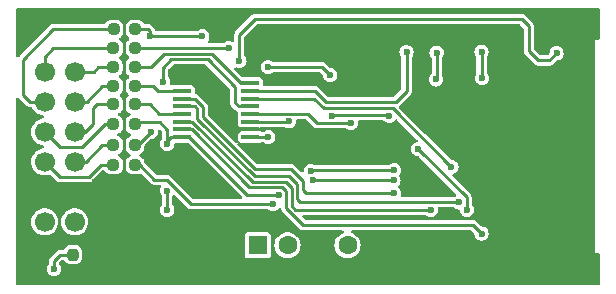
<source format=gbr>
%TF.GenerationSoftware,KiCad,Pcbnew,8.0.7*%
%TF.CreationDate,2024-12-14T18:23:45+03:00*%
%TF.ProjectId,pmod_esp32,706d6f64-5f65-4737-9033-322e6b696361,0.1*%
%TF.SameCoordinates,Original*%
%TF.FileFunction,Copper,L2,Bot*%
%TF.FilePolarity,Positive*%
%FSLAX46Y46*%
G04 Gerber Fmt 4.6, Leading zero omitted, Abs format (unit mm)*
G04 Created by KiCad (PCBNEW 8.0.7) date 2024-12-14 18:23:45*
%MOMM*%
%LPD*%
G01*
G04 APERTURE LIST*
G04 Aperture macros list*
%AMRoundRect*
0 Rectangle with rounded corners*
0 $1 Rounding radius*
0 $2 $3 $4 $5 $6 $7 $8 $9 X,Y pos of 4 corners*
0 Add a 4 corners polygon primitive as box body*
4,1,4,$2,$3,$4,$5,$6,$7,$8,$9,$2,$3,0*
0 Add four circle primitives for the rounded corners*
1,1,$1+$1,$2,$3*
1,1,$1+$1,$4,$5*
1,1,$1+$1,$6,$7*
1,1,$1+$1,$8,$9*
0 Add four rect primitives between the rounded corners*
20,1,$1+$1,$2,$3,$4,$5,0*
20,1,$1+$1,$4,$5,$6,$7,0*
20,1,$1+$1,$6,$7,$8,$9,0*
20,1,$1+$1,$8,$9,$2,$3,0*%
G04 Aperture macros list end*
%TA.AperFunction,ComponentPad*%
%ADD10C,1.695000*%
%TD*%
%TA.AperFunction,ComponentPad*%
%ADD11R,1.605000X1.605000*%
%TD*%
%TA.AperFunction,ComponentPad*%
%ADD12C,1.605000*%
%TD*%
%TA.AperFunction,SMDPad,CuDef*%
%ADD13RoundRect,0.237500X-0.250000X-0.237500X0.250000X-0.237500X0.250000X0.237500X-0.250000X0.237500X0*%
%TD*%
%TA.AperFunction,SMDPad,CuDef*%
%ADD14RoundRect,0.237500X-0.237500X0.250000X-0.237500X-0.250000X0.237500X-0.250000X0.237500X0.250000X0*%
%TD*%
%TA.AperFunction,SMDPad,CuDef*%
%ADD15RoundRect,0.051250X-0.718750X-0.153750X0.718750X-0.153750X0.718750X0.153750X-0.718750X0.153750X0*%
%TD*%
%TA.AperFunction,ViaPad*%
%ADD16C,0.600000*%
%TD*%
%TA.AperFunction,Conductor*%
%ADD17C,0.254000*%
%TD*%
G04 APERTURE END LIST*
D10*
%TO.P,J2,1,1*%
%TO.N,Net-(J2-Pad1)*%
X194696000Y-40900000D03*
%TO.P,J2,2,2*%
%TO.N,Net-(J2-Pad2)*%
X194696000Y-43440000D03*
%TO.P,J2,3,3*%
%TO.N,Net-(J2-Pad3)*%
X194696000Y-45980000D03*
%TO.P,J2,4,4*%
%TO.N,Net-(J2-Pad4)*%
X194696000Y-48520000D03*
%TO.P,J2,5,5*%
%TO.N,/GND*%
X194696000Y-51060000D03*
%TO.P,J2,6,6*%
%TO.N,/VCC3V3*%
X194696000Y-53600000D03*
%TO.P,J2,7,7*%
%TO.N,Net-(J2-Pad7)*%
X192156000Y-40900000D03*
%TO.P,J2,8,8*%
%TO.N,Net-(J2-Pad8)*%
X192156000Y-43440000D03*
%TO.P,J2,9,9*%
%TO.N,Net-(J2-Pad9)*%
X192156000Y-45980000D03*
%TO.P,J2,10,10*%
%TO.N,Net-(J2-Pad10)*%
X192156000Y-48520000D03*
%TO.P,J2,11,11*%
%TO.N,/GND*%
X192156000Y-51060000D03*
%TO.P,J2,12,12*%
%TO.N,/VCC3V3*%
X192156000Y-53600000D03*
%TD*%
D11*
%TO.P,J1,1,1*%
%TO.N,/TXD0*%
X210190000Y-55600000D03*
D12*
%TO.P,J1,2,2*%
%TO.N,/RXD0*%
X212730000Y-55600000D03*
%TO.P,J1,3,3*%
%TO.N,/GND*%
X215270000Y-55600000D03*
%TO.P,J1,4,4*%
%TO.N,/IO0*%
X217810000Y-55600000D03*
%TD*%
D13*
%TO.P,R21,1*%
%TO.N,Net-(J2-Pad10)*%
X197987500Y-48800000D03*
%TO.P,R21,2*%
%TO.N,/GPIO*%
X199812500Y-48800000D03*
%TD*%
%TO.P,R20,1*%
%TO.N,Net-(J2-Pad7)*%
X197987500Y-38900000D03*
%TO.P,R20,2*%
%TO.N,/INT*%
X199812500Y-38900000D03*
%TD*%
%TO.P,R17,1*%
%TO.N,Net-(J2-Pad2)*%
X197987500Y-42100000D03*
%TO.P,R17,2*%
%TO.N,/RXD{slash}MOSI*%
X199812500Y-42100000D03*
%TD*%
D14*
%TO.P,R2,1*%
%TO.N,Net-(LD1-K)*%
X194550000Y-56387500D03*
%TO.P,R2,2*%
%TO.N,/GND*%
X194550000Y-58212500D03*
%TD*%
D15*
%TO.P,U2,1,IN*%
%TO.N,/SELECT*%
X203810000Y-46425000D03*
%TO.P,U2,2,NC1*%
%TO.N,/MISO*%
X203810000Y-45775000D03*
%TO.P,U2,3,NO1*%
%TO.N,/TXD*%
X203810000Y-45125000D03*
%TO.P,U2,4,COM1*%
%TO.N,/TXD{slash}MISO*%
X203810000Y-44475000D03*
%TO.P,U2,5,NC2*%
%TO.N,/MOSI*%
X203810000Y-43825000D03*
%TO.P,U2,6,NO2*%
%TO.N,/RXD*%
X203810000Y-43175000D03*
%TO.P,U2,7,COM2*%
%TO.N,/RXD{slash}MOSI*%
X203810000Y-42525000D03*
%TO.P,U2,8,GND*%
%TO.N,/GND*%
X203810000Y-41875000D03*
%TO.P,U2,9,COM3*%
%TO.N,/RTS{slash}SS*%
X209590000Y-41875000D03*
%TO.P,U2,10,NO3*%
%TO.N,/RTS*%
X209590000Y-42525000D03*
%TO.P,U2,11,NC3*%
%TO.N,/SS*%
X209590000Y-43175000D03*
%TO.P,U2,12,COM4*%
%TO.N,/CTS{slash}SCK*%
X209590000Y-43825000D03*
%TO.P,U2,13,NO4*%
%TO.N,/CTS*%
X209590000Y-44475000D03*
%TO.P,U2,14,NC4*%
%TO.N,/SCK*%
X209590000Y-45125000D03*
%TO.P,U2,15,~{EN}*%
%TO.N,/GND*%
X209590000Y-45775000D03*
%TO.P,U2,16,V+*%
%TO.N,/VCC3V3*%
X209590000Y-46425000D03*
%TD*%
D13*
%TO.P,R22,1*%
%TO.N,Net-(J2-Pad8)*%
X198000000Y-37300000D03*
%TO.P,R22,2*%
%TO.N,/EN*%
X199825000Y-37300000D03*
%TD*%
%TO.P,R18,1*%
%TO.N,Net-(J2-Pad1)*%
X197975000Y-40500000D03*
%TO.P,R18,2*%
%TO.N,/RTS{slash}SS*%
X199800000Y-40500000D03*
%TD*%
%TO.P,R19,1*%
%TO.N,Net-(J2-Pad9)*%
X197987500Y-45350000D03*
%TO.P,R19,2*%
%TO.N,/SELECT*%
X199812500Y-45350000D03*
%TD*%
%TO.P,R16,1*%
%TO.N,Net-(J2-Pad3)*%
X197987500Y-43650000D03*
%TO.P,R16,2*%
%TO.N,/TXD{slash}MISO*%
X199812500Y-43650000D03*
%TD*%
%TO.P,R15,1*%
%TO.N,Net-(J2-Pad4)*%
X197987500Y-47100000D03*
%TO.P,R15,2*%
%TO.N,/CTS{slash}SCK*%
X199812500Y-47100000D03*
%TD*%
D16*
%TO.N,/VCC3V3*%
X211100000Y-46450000D03*
%TO.N,/GND*%
X229250000Y-49400000D03*
X206950000Y-43825000D03*
X237250000Y-51000000D03*
X236450000Y-47000000D03*
X230050000Y-43000000D03*
X235650000Y-47800000D03*
X238050000Y-50200000D03*
X232450000Y-51000000D03*
X234050000Y-42200000D03*
X232450000Y-50200000D03*
X232450000Y-43000000D03*
X229250000Y-51000000D03*
X234850000Y-42200000D03*
X234850000Y-53400000D03*
X234850000Y-41400000D03*
X202850000Y-36600000D03*
X234850000Y-43000000D03*
X191650000Y-36600000D03*
X234050000Y-51000000D03*
X206050000Y-42200000D03*
X234850000Y-45400000D03*
X234050000Y-46200000D03*
X236450000Y-41400000D03*
X233250000Y-41400000D03*
X237250000Y-41400000D03*
X233250000Y-43000000D03*
X203650000Y-54200000D03*
X226850000Y-41400000D03*
X232450000Y-49400000D03*
X234050000Y-54200000D03*
X230850000Y-53400000D03*
X203650000Y-36600000D03*
X235650000Y-45400000D03*
X235650000Y-43000000D03*
X234050000Y-43800000D03*
X230850000Y-50200000D03*
X235650000Y-47000000D03*
X238050000Y-43000000D03*
X197250000Y-50200000D03*
X234050000Y-44600000D03*
X238050000Y-41400000D03*
X235650000Y-41400000D03*
X222050000Y-47800000D03*
X236450000Y-58200000D03*
X237250000Y-48600000D03*
X235650000Y-48600000D03*
X232450000Y-54200000D03*
X232450000Y-42200000D03*
X215650000Y-47800000D03*
X234850000Y-54200000D03*
X230850000Y-42200000D03*
X214050000Y-47000000D03*
X190850000Y-37400000D03*
X237250000Y-45400000D03*
X198050000Y-50200000D03*
X236450000Y-46200000D03*
X228450000Y-50200000D03*
X232450000Y-41400000D03*
X205250000Y-54200000D03*
X209250000Y-58200000D03*
X234050000Y-47000000D03*
X227650000Y-41400000D03*
X236450000Y-43000000D03*
X234850000Y-50200000D03*
X235650000Y-49400000D03*
X234850000Y-48600000D03*
X205250000Y-53400000D03*
X231650000Y-42200000D03*
X238050000Y-53400000D03*
X238050000Y-52600000D03*
X234050000Y-41400000D03*
X235650000Y-54200000D03*
X200000000Y-53150000D03*
X235650000Y-46200000D03*
X223650000Y-43800000D03*
X209250000Y-57400000D03*
X234850000Y-46200000D03*
X230850000Y-41400000D03*
X238050000Y-43800000D03*
X230850000Y-54200000D03*
X231650000Y-50200000D03*
X236450000Y-49400000D03*
X202050000Y-55000000D03*
X215650000Y-46200000D03*
X237250000Y-42200000D03*
X230850000Y-43000000D03*
X236450000Y-45400000D03*
X236450000Y-43800000D03*
X238050000Y-40600000D03*
X206850000Y-43000000D03*
X238050000Y-51000000D03*
X237250000Y-50200000D03*
X232450000Y-53400000D03*
X206050000Y-50200000D03*
X237250000Y-43000000D03*
X214850000Y-47800000D03*
X238050000Y-49400000D03*
X190850000Y-36600000D03*
X238050000Y-58200000D03*
X238050000Y-45400000D03*
X225250000Y-51000000D03*
X231650000Y-51000000D03*
X215650000Y-47000000D03*
X205250000Y-55000000D03*
X226850000Y-42200000D03*
X207650000Y-36600000D03*
X233250000Y-53400000D03*
X233250000Y-49400000D03*
X207800000Y-45400000D03*
X196450000Y-50200000D03*
X238050000Y-47800000D03*
X236450000Y-48600000D03*
X213250000Y-47000000D03*
X202850000Y-54200000D03*
X234050000Y-47800000D03*
X238050000Y-51800000D03*
X234850000Y-44600000D03*
X233250000Y-42200000D03*
X234850000Y-47000000D03*
X236450000Y-47800000D03*
X234850000Y-51000000D03*
X236450000Y-51000000D03*
X238050000Y-48600000D03*
X238050000Y-54200000D03*
X237250000Y-49400000D03*
X230850000Y-49400000D03*
X236450000Y-50200000D03*
X207825000Y-44575000D03*
X199150000Y-53150000D03*
X202850000Y-55000000D03*
X238050000Y-44600000D03*
X238050000Y-47000000D03*
X235650000Y-44600000D03*
X237250000Y-44600000D03*
X234050000Y-45400000D03*
X236450000Y-42200000D03*
X234050000Y-53400000D03*
X214850000Y-46200000D03*
X235650000Y-51000000D03*
X230050000Y-51000000D03*
X230050000Y-50200000D03*
X237250000Y-47000000D03*
X204450000Y-53400000D03*
X214050000Y-47800000D03*
X234850000Y-49400000D03*
X235650000Y-43800000D03*
X231650000Y-54200000D03*
X231650000Y-53400000D03*
X234850000Y-43800000D03*
X237250000Y-43800000D03*
X237250000Y-47800000D03*
X234050000Y-50200000D03*
X237250000Y-46200000D03*
X213250000Y-47800000D03*
X238050000Y-42200000D03*
X199650000Y-50200000D03*
X238050000Y-46200000D03*
X234050000Y-43000000D03*
X235650000Y-42200000D03*
X230850000Y-51000000D03*
X234050000Y-49400000D03*
X233250000Y-54200000D03*
X234050000Y-48600000D03*
X235650000Y-58200000D03*
X231650000Y-41400000D03*
X198850000Y-50200000D03*
X237250000Y-58200000D03*
X234850000Y-47800000D03*
X233250000Y-51000000D03*
X230050000Y-49400000D03*
X228450000Y-49400000D03*
X204450000Y-54200000D03*
X214850000Y-47000000D03*
X203650000Y-55000000D03*
X236450000Y-44600000D03*
X204450000Y-55000000D03*
X231650000Y-43000000D03*
X235650000Y-50200000D03*
X231650000Y-49400000D03*
X206850000Y-36600000D03*
X233250000Y-50200000D03*
X229250000Y-50200000D03*
%TO.N,/EN*%
X208650000Y-40000000D03*
X205512500Y-37900000D03*
X201075000Y-37900000D03*
X235500000Y-39350000D03*
%TO.N,Net-(LD1-K)*%
X192950000Y-57600000D03*
%TO.N,/CTS{slash}SCK*%
X202200000Y-41750000D03*
X201150000Y-45977000D03*
%TO.N,/SELECT*%
X202550000Y-52605000D03*
X202550000Y-47000000D03*
X214700000Y-49300000D03*
X212000000Y-51300000D03*
X225300000Y-41550000D03*
X202550000Y-50970000D03*
X221750000Y-49250000D03*
X225350000Y-39282500D03*
%TO.N,/INT*%
X216350000Y-41200000D03*
X211100000Y-40500000D03*
X207750000Y-38900000D03*
%TO.N,/GPIO*%
X221700000Y-50100000D03*
X229150000Y-39200000D03*
X214906131Y-50072991D03*
X211500000Y-52100000D03*
X229200000Y-41450000D03*
%TO.N,/TXD*%
X224850000Y-52600000D03*
%TO.N,/MOSI*%
X227273000Y-51958591D03*
%TO.N,/SCK*%
X221350000Y-44627000D03*
X223800000Y-47450000D03*
X212850000Y-45100000D03*
X216500000Y-44627000D03*
X227900000Y-52600000D03*
%TO.N,/RTS*%
X222800000Y-39250000D03*
%TO.N,/SS*%
X226600000Y-48950000D03*
%TO.N,/CTS*%
X218077000Y-45250000D03*
%TO.N,/MISO*%
X229150000Y-54600000D03*
%TO.N,/RXD*%
X221750000Y-51200000D03*
%TD*%
D17*
%TO.N,/VCC3V3*%
X209570000Y-46425000D02*
X211075000Y-46425000D01*
X211075000Y-46425000D02*
X211100000Y-46450000D01*
%TO.N,/EN*%
X201075000Y-37900000D02*
X201075000Y-37475000D01*
X233150000Y-37050000D02*
X232550000Y-36450000D01*
X201075000Y-37475000D02*
X200900000Y-37300000D01*
X208650000Y-40000000D02*
X208650000Y-37750000D01*
X200900000Y-37300000D02*
X199825000Y-37300000D01*
X209950000Y-36450000D02*
X232550000Y-36450000D01*
X208650000Y-37750000D02*
X209950000Y-36450000D01*
X234900000Y-39950000D02*
X233950000Y-39950000D01*
X233950000Y-39950000D02*
X233150000Y-39150000D01*
X235500000Y-39350000D02*
X234900000Y-39950000D01*
X201075000Y-37900000D02*
X205512500Y-37900000D01*
X233150000Y-39150000D02*
X233150000Y-37050000D01*
%TO.N,Net-(J2-Pad7)*%
X192156000Y-39644000D02*
X192900000Y-38900000D01*
X192156000Y-40900000D02*
X192156000Y-39644000D01*
X192900000Y-38900000D02*
X197987500Y-38900000D01*
%TO.N,Net-(J2-Pad10)*%
X193436000Y-49800000D02*
X195900000Y-49800000D01*
X195900000Y-49800000D02*
X196900000Y-48800000D01*
X192156000Y-48520000D02*
X193436000Y-49800000D01*
X196900000Y-48800000D02*
X197987500Y-48800000D01*
%TO.N,Net-(J2-Pad1)*%
X196700000Y-40500000D02*
X197975000Y-40500000D01*
X194696000Y-40900000D02*
X196300000Y-40900000D01*
X196300000Y-40900000D02*
X196700000Y-40500000D01*
%TO.N,Net-(J2-Pad2)*%
X197050000Y-42100000D02*
X197987500Y-42100000D01*
X194696000Y-43440000D02*
X195710000Y-43440000D01*
X195710000Y-43440000D02*
X197050000Y-42100000D01*
%TO.N,Net-(J2-Pad3)*%
X196250000Y-44000000D02*
X196600000Y-43650000D01*
X196250000Y-45300000D02*
X196250000Y-44000000D01*
X196600000Y-43650000D02*
X197987500Y-43650000D01*
X195570000Y-45980000D02*
X196250000Y-45300000D01*
X194696000Y-45980000D02*
X195570000Y-45980000D01*
%TO.N,Net-(J2-Pad9)*%
X197250000Y-45350000D02*
X197987500Y-45350000D01*
X195350000Y-47250000D02*
X197250000Y-45350000D01*
X193426000Y-47250000D02*
X195350000Y-47250000D01*
X192156000Y-45980000D02*
X193426000Y-47250000D01*
%TO.N,Net-(J2-Pad4)*%
X197050000Y-47100000D02*
X197987500Y-47100000D01*
X195630000Y-48520000D02*
X197050000Y-47100000D01*
X194696000Y-48520000D02*
X195630000Y-48520000D01*
%TO.N,Net-(J2-Pad8)*%
X190300000Y-42850000D02*
X190300000Y-39900000D01*
X190300000Y-39900000D02*
X192900000Y-37300000D01*
X192900000Y-37300000D02*
X198000000Y-37300000D01*
X190890000Y-43440000D02*
X190300000Y-42850000D01*
X192156000Y-43440000D02*
X190890000Y-43440000D01*
%TO.N,Net-(LD1-K)*%
X192950000Y-57600000D02*
X192950000Y-56900000D01*
X193462500Y-56387500D02*
X194550000Y-56387500D01*
X192950000Y-56900000D02*
X193462500Y-56387500D01*
%TO.N,/CTS{slash}SCK*%
X202896000Y-39854000D02*
X202200000Y-40550000D01*
X208300000Y-43550000D02*
X208300000Y-42200000D01*
X205954000Y-39854000D02*
X202896000Y-39854000D01*
X200027000Y-47100000D02*
X199812500Y-47100000D01*
X208575000Y-43825000D02*
X208300000Y-43550000D01*
X208300000Y-42200000D02*
X205954000Y-39854000D01*
X201150000Y-45977000D02*
X200027000Y-47100000D01*
X202200000Y-40550000D02*
X202200000Y-41750000D01*
X209570000Y-43825000D02*
X208575000Y-43825000D01*
%TO.N,/TXD{slash}MISO*%
X201050000Y-43650000D02*
X201875000Y-44475000D01*
X201875000Y-44475000D02*
X203830000Y-44475000D01*
X199812500Y-43650000D02*
X201050000Y-43650000D01*
%TO.N,/RXD{slash}MOSI*%
X201775000Y-42525000D02*
X203830000Y-42525000D01*
X201350000Y-42100000D02*
X201775000Y-42525000D01*
X199812500Y-42100000D02*
X201350000Y-42100000D01*
%TO.N,/RTS{slash}SS*%
X202300000Y-39400000D02*
X206300000Y-39400000D01*
X199800000Y-40500000D02*
X201200000Y-40500000D01*
X206300000Y-39400000D02*
X208775000Y-41875000D01*
X208775000Y-41875000D02*
X209570000Y-41875000D01*
X201200000Y-40500000D02*
X202300000Y-39400000D01*
%TO.N,/SELECT*%
X214800000Y-49200000D02*
X221700000Y-49200000D01*
X202550000Y-46750000D02*
X202875000Y-46425000D01*
X202550000Y-52605000D02*
X202550000Y-50970000D01*
X214700000Y-49300000D02*
X214800000Y-49200000D01*
X221700000Y-49200000D02*
X221750000Y-49250000D01*
X202550000Y-47000000D02*
X202550000Y-45800000D01*
X203830000Y-46425000D02*
X204425000Y-46425000D01*
X202875000Y-46425000D02*
X203830000Y-46425000D01*
X209300000Y-51300000D02*
X212000000Y-51300000D01*
X204425000Y-46425000D02*
X209300000Y-51300000D01*
X201900000Y-45150000D02*
X200012500Y-45150000D01*
X202550000Y-47000000D02*
X202550000Y-46750000D01*
X225350000Y-41500000D02*
X225300000Y-41550000D01*
X200012500Y-45150000D02*
X199812500Y-45350000D01*
X225350000Y-39282500D02*
X225350000Y-41500000D01*
X202550000Y-45800000D02*
X201900000Y-45150000D01*
%TO.N,/INT*%
X215650000Y-40500000D02*
X216350000Y-41200000D01*
X211100000Y-40500000D02*
X215650000Y-40500000D01*
X199812500Y-38900000D02*
X207750000Y-38900000D01*
%TO.N,/GPIO*%
X199812500Y-48800000D02*
X200200000Y-48800000D01*
X229150000Y-39200000D02*
X229150000Y-41400000D01*
X204566712Y-52100000D02*
X204650000Y-52100000D01*
X229150000Y-41400000D02*
X229200000Y-41450000D01*
X221650000Y-50050000D02*
X221700000Y-50100000D01*
X214929122Y-50050000D02*
X221650000Y-50050000D01*
X201450000Y-50050000D02*
X202516712Y-50050000D01*
X204650000Y-52100000D02*
X211500000Y-52100000D01*
X214906131Y-50072991D02*
X214929122Y-50050000D01*
X202516712Y-50050000D02*
X204566712Y-52100000D01*
X200200000Y-48800000D02*
X201450000Y-50050000D01*
%TO.N,/TXD*%
X213400000Y-52600000D02*
X213104000Y-52304000D01*
X204675000Y-45125000D02*
X203830000Y-45125000D01*
X209769000Y-50219000D02*
X204675000Y-45125000D01*
X213104000Y-52304000D02*
X213104000Y-50754000D01*
X212569000Y-50219000D02*
X209769000Y-50219000D01*
X224850000Y-52600000D02*
X213400000Y-52600000D01*
X213104000Y-50754000D02*
X212569000Y-50219000D01*
%TO.N,/MOSI*%
X213558000Y-50447591D02*
X212875409Y-49765000D01*
X209957052Y-49765000D02*
X205100000Y-44907948D01*
X213800000Y-51950000D02*
X213558000Y-51708000D01*
X212875409Y-49765000D02*
X209957052Y-49765000D01*
X205100000Y-44050000D02*
X204875000Y-43825000D01*
X205100000Y-44907948D02*
X205100000Y-44050000D01*
X227264409Y-51950000D02*
X213800000Y-51950000D01*
X213558000Y-51708000D02*
X213558000Y-50447591D01*
X227273000Y-51958591D02*
X227264409Y-51950000D01*
X204875000Y-43825000D02*
X203830000Y-43825000D01*
%TO.N,/SCK*%
X221350000Y-44627000D02*
X221323000Y-44600000D01*
X209570000Y-45125000D02*
X212825000Y-45125000D01*
X212825000Y-45125000D02*
X212850000Y-45100000D01*
X227900000Y-51550000D02*
X227900000Y-52600000D01*
X221323000Y-44600000D02*
X216527000Y-44600000D01*
X216527000Y-44600000D02*
X216500000Y-44627000D01*
X223800000Y-47450000D02*
X227900000Y-51550000D01*
%TO.N,/RTS*%
X222800000Y-39250000D02*
X222800000Y-42550000D01*
X215950000Y-43450000D02*
X215025000Y-42525000D01*
X215025000Y-42525000D02*
X209570000Y-42525000D01*
X222800000Y-42550000D02*
X221900000Y-43450000D01*
X221900000Y-43450000D02*
X215950000Y-43450000D01*
%TO.N,/SS*%
X215800000Y-44000000D02*
X214975000Y-43175000D01*
X214975000Y-43175000D02*
X209570000Y-43175000D01*
X221650000Y-44000000D02*
X215800000Y-44000000D01*
X226600000Y-48950000D02*
X221650000Y-44000000D01*
%TO.N,/CTS*%
X218077000Y-45250000D02*
X216763712Y-45250000D01*
X215204000Y-45254000D02*
X214423000Y-44473000D01*
X216763712Y-45250000D02*
X216759712Y-45254000D01*
X214423000Y-44473000D02*
X209572000Y-44473000D01*
X216759712Y-45254000D02*
X215204000Y-45254000D01*
X209572000Y-44473000D02*
X209570000Y-44475000D01*
%TO.N,/MISO*%
X228450000Y-53900000D02*
X214050000Y-53900000D01*
X212627000Y-51040288D02*
X212259712Y-50673000D01*
X214050000Y-53900000D02*
X212627000Y-52477000D01*
X212259712Y-50673000D02*
X209501846Y-50673000D01*
X209501846Y-50673000D02*
X204603846Y-45775000D01*
X204603846Y-45775000D02*
X203830000Y-45775000D01*
X212627000Y-52477000D02*
X212627000Y-51040288D01*
X229150000Y-54600000D02*
X228450000Y-53900000D01*
%TO.N,/RXD*%
X210000000Y-49150000D02*
X213050000Y-49150000D01*
X205554000Y-43861947D02*
X205554000Y-44704000D01*
X204867053Y-43175000D02*
X205554000Y-43861947D01*
X214300000Y-51200000D02*
X221750000Y-51200000D01*
X203830000Y-43175000D02*
X204867053Y-43175000D01*
X214012000Y-50912000D02*
X214300000Y-51200000D01*
X214012000Y-50112000D02*
X214012000Y-50912000D01*
X213050000Y-49150000D02*
X214012000Y-50112000D01*
X205554000Y-44704000D02*
X210000000Y-49150000D01*
%TD*%
%TA.AperFunction,Conductor*%
%TO.N,/GND*%
G36*
X201938973Y-45797125D02*
G01*
X201958379Y-45812955D01*
X202086181Y-45940757D01*
X202119666Y-46002080D01*
X202122500Y-46028438D01*
X202122500Y-46528606D01*
X202102815Y-46595645D01*
X202096876Y-46604092D01*
X202025464Y-46697157D01*
X201964956Y-46843237D01*
X201964955Y-46843239D01*
X201944318Y-46999998D01*
X201944318Y-47000001D01*
X201964955Y-47156760D01*
X201964956Y-47156762D01*
X202020103Y-47289900D01*
X202025464Y-47302841D01*
X202121718Y-47428282D01*
X202247159Y-47524536D01*
X202393238Y-47585044D01*
X202446720Y-47592085D01*
X202549999Y-47605682D01*
X202550000Y-47605682D01*
X202550001Y-47605682D01*
X202602254Y-47598802D01*
X202706762Y-47585044D01*
X202852841Y-47524536D01*
X202978282Y-47428282D01*
X203074536Y-47302841D01*
X203135044Y-47156762D01*
X203150638Y-47038314D01*
X203178905Y-46974417D01*
X203237229Y-46935946D01*
X203273577Y-46930499D01*
X204274561Y-46930499D01*
X204341600Y-46950184D01*
X204362242Y-46966818D01*
X208856242Y-51460819D01*
X208889727Y-51522142D01*
X208884743Y-51591834D01*
X208842871Y-51647767D01*
X208777407Y-51672184D01*
X208768561Y-51672500D01*
X204795150Y-51672500D01*
X204728111Y-51652815D01*
X204707469Y-51636181D01*
X202779205Y-49707917D01*
X202779203Y-49707915D01*
X202727878Y-49678282D01*
X202681722Y-49651633D01*
X202608795Y-49632093D01*
X202572993Y-49622500D01*
X202572992Y-49622500D01*
X201678438Y-49622500D01*
X201611399Y-49602815D01*
X201590757Y-49586181D01*
X200636819Y-48632243D01*
X200603334Y-48570920D01*
X200600500Y-48544562D01*
X200600500Y-48520381D01*
X200590117Y-48433925D01*
X200590117Y-48433924D01*
X200586781Y-48425464D01*
X200535862Y-48296342D01*
X200508022Y-48259629D01*
X200446500Y-48178499D01*
X200328660Y-48089139D01*
X200328658Y-48089138D01*
X200268345Y-48065353D01*
X200213203Y-48022449D01*
X200190010Y-47956541D01*
X200206131Y-47888556D01*
X200256447Y-47840080D01*
X200268337Y-47834649D01*
X200328658Y-47810862D01*
X200446500Y-47721500D01*
X200535862Y-47603658D01*
X200590117Y-47466077D01*
X200600500Y-47379618D01*
X200600500Y-47182437D01*
X200620185Y-47115398D01*
X200636815Y-47094760D01*
X201118963Y-46612611D01*
X201180284Y-46579128D01*
X201190439Y-46577358D01*
X201306762Y-46562044D01*
X201452841Y-46501536D01*
X201578282Y-46405282D01*
X201674536Y-46279841D01*
X201735044Y-46133762D01*
X201755303Y-45979876D01*
X201755682Y-45977001D01*
X201755682Y-45977000D01*
X201753777Y-45962532D01*
X201747759Y-45916820D01*
X201758524Y-45847787D01*
X201804904Y-45795531D01*
X201872173Y-45776645D01*
X201938973Y-45797125D01*
G37*
%TD.AperFunction*%
%TA.AperFunction,Conductor*%
G36*
X205792601Y-40301185D02*
G01*
X205813243Y-40317819D01*
X207836181Y-42340757D01*
X207869666Y-42402080D01*
X207872500Y-42428438D01*
X207872500Y-43493719D01*
X207872500Y-43606281D01*
X207880963Y-43637865D01*
X207901633Y-43715010D01*
X207908268Y-43726501D01*
X207957915Y-43812491D01*
X208232915Y-44087491D01*
X208312509Y-44167085D01*
X208409991Y-44223367D01*
X208427594Y-44228083D01*
X208487254Y-44264448D01*
X208517783Y-44327295D01*
X208519500Y-44347858D01*
X208519500Y-44662136D01*
X208529460Y-44730503D01*
X208536811Y-44745540D01*
X208548569Y-44814413D01*
X208536812Y-44854456D01*
X208529462Y-44869491D01*
X208529461Y-44869493D01*
X208529461Y-44869495D01*
X208519500Y-44937865D01*
X208519500Y-44937869D01*
X208519500Y-44937870D01*
X208519500Y-45312136D01*
X208529460Y-45380502D01*
X208529460Y-45380503D01*
X208529461Y-45380505D01*
X208581020Y-45485970D01*
X208581021Y-45485972D01*
X208664028Y-45568979D01*
X208769492Y-45620538D01*
X208769493Y-45620538D01*
X208769495Y-45620539D01*
X208837865Y-45630500D01*
X210342134Y-45630499D01*
X210342136Y-45630499D01*
X210369482Y-45626515D01*
X210410505Y-45620539D01*
X210515970Y-45568980D01*
X210515970Y-45568979D01*
X210523908Y-45565099D01*
X210578368Y-45552500D01*
X212411188Y-45552500D01*
X212478227Y-45572185D01*
X212486660Y-45578113D01*
X212547159Y-45624536D01*
X212547162Y-45624537D01*
X212547163Y-45624538D01*
X212561557Y-45630500D01*
X212693238Y-45685044D01*
X212771619Y-45695363D01*
X212849999Y-45705682D01*
X212850000Y-45705682D01*
X212850001Y-45705682D01*
X212914541Y-45697185D01*
X213006762Y-45685044D01*
X213152841Y-45624536D01*
X213278282Y-45528282D01*
X213374536Y-45402841D01*
X213435044Y-45256762D01*
X213455682Y-45100000D01*
X213447873Y-45040685D01*
X213458638Y-44971650D01*
X213505018Y-44919394D01*
X213570812Y-44900500D01*
X214194562Y-44900500D01*
X214261601Y-44920185D01*
X214282243Y-44936819D01*
X214861915Y-45516491D01*
X214941509Y-45596085D01*
X215038991Y-45652367D01*
X215147719Y-45681500D01*
X215147721Y-45681500D01*
X216815993Y-45681500D01*
X216824054Y-45680439D01*
X216824068Y-45680551D01*
X216847247Y-45677500D01*
X217605607Y-45677500D01*
X217672646Y-45697185D01*
X217681079Y-45703114D01*
X217774159Y-45774536D01*
X217920238Y-45835044D01*
X217990681Y-45844318D01*
X218076999Y-45855682D01*
X218077000Y-45855682D01*
X218077001Y-45855682D01*
X218136969Y-45847787D01*
X218233762Y-45835044D01*
X218379841Y-45774536D01*
X218505282Y-45678282D01*
X218601536Y-45552841D01*
X218662044Y-45406762D01*
X218682682Y-45250000D01*
X218671845Y-45167684D01*
X218682610Y-45098650D01*
X218728990Y-45046394D01*
X218794784Y-45027500D01*
X220843420Y-45027500D01*
X220910459Y-45047185D01*
X220918907Y-45053124D01*
X220921716Y-45055279D01*
X220921718Y-45055282D01*
X221047159Y-45151536D01*
X221193238Y-45212044D01*
X221271619Y-45222363D01*
X221349999Y-45232682D01*
X221350000Y-45232682D01*
X221350001Y-45232682D01*
X221402254Y-45225802D01*
X221506762Y-45212044D01*
X221652841Y-45151536D01*
X221778282Y-45055282D01*
X221832194Y-44985021D01*
X221888622Y-44943819D01*
X221958368Y-44939664D01*
X222018251Y-44972827D01*
X223702058Y-46656634D01*
X223735543Y-46717957D01*
X223730559Y-46787649D01*
X223688687Y-46843582D01*
X223646474Y-46864089D01*
X223643238Y-46864955D01*
X223497160Y-46925463D01*
X223371718Y-47021718D01*
X223275463Y-47147160D01*
X223214956Y-47293237D01*
X223214955Y-47293239D01*
X223194318Y-47449998D01*
X223194318Y-47450001D01*
X223214955Y-47606760D01*
X223214956Y-47606762D01*
X223274282Y-47749989D01*
X223275464Y-47752841D01*
X223371718Y-47878282D01*
X223497159Y-47974536D01*
X223643238Y-48035044D01*
X223737259Y-48047422D01*
X223759543Y-48050356D01*
X223823439Y-48078623D01*
X223831038Y-48085614D01*
X226988616Y-51243192D01*
X227022101Y-51304515D01*
X227017117Y-51374207D01*
X226976422Y-51429248D01*
X226888290Y-51496875D01*
X226823121Y-51522070D01*
X226812803Y-51522500D01*
X222451972Y-51522500D01*
X222384933Y-51502815D01*
X222339178Y-51450011D01*
X222329234Y-51380853D01*
X222333637Y-51364799D01*
X222332940Y-51364613D01*
X222335042Y-51356765D01*
X222335044Y-51356762D01*
X222355682Y-51200000D01*
X222335044Y-51043238D01*
X222274536Y-50897159D01*
X222178282Y-50771718D01*
X222122858Y-50729190D01*
X222081658Y-50672764D01*
X222077503Y-50603018D01*
X222111716Y-50542097D01*
X222122854Y-50532446D01*
X222128282Y-50528282D01*
X222224536Y-50402841D01*
X222285044Y-50256762D01*
X222305682Y-50100000D01*
X222285044Y-49943238D01*
X222254790Y-49870198D01*
X222224538Y-49797163D01*
X222224538Y-49797162D01*
X222224536Y-49797159D01*
X222213721Y-49783064D01*
X222188528Y-49717898D01*
X222202566Y-49649453D01*
X222213718Y-49632100D01*
X222274536Y-49552841D01*
X222335044Y-49406762D01*
X222355682Y-49250000D01*
X222355311Y-49247185D01*
X222340122Y-49131810D01*
X222335044Y-49093238D01*
X222274536Y-48947159D01*
X222178282Y-48821718D01*
X222052841Y-48725464D01*
X222045685Y-48722500D01*
X221906762Y-48664956D01*
X221906760Y-48664955D01*
X221750001Y-48644318D01*
X221749999Y-48644318D01*
X221593239Y-48664955D01*
X221593237Y-48664956D01*
X221447157Y-48725464D01*
X221419254Y-48746876D01*
X221354085Y-48772070D01*
X221343768Y-48772500D01*
X215020350Y-48772500D01*
X214972897Y-48763061D01*
X214856762Y-48714956D01*
X214856760Y-48714955D01*
X214700001Y-48694318D01*
X214699999Y-48694318D01*
X214543239Y-48714955D01*
X214543237Y-48714956D01*
X214397160Y-48775463D01*
X214271718Y-48871718D01*
X214175463Y-48997160D01*
X214114956Y-49143237D01*
X214114956Y-49143238D01*
X214093430Y-49306739D01*
X214065163Y-49370635D01*
X214006839Y-49409106D01*
X213936974Y-49409937D01*
X213882811Y-49378234D01*
X213312491Y-48807915D01*
X213251151Y-48772500D01*
X213215010Y-48751633D01*
X213160645Y-48737066D01*
X213106281Y-48722500D01*
X213106280Y-48722500D01*
X210228438Y-48722500D01*
X210161399Y-48702815D01*
X210140757Y-48686181D01*
X208523353Y-47068777D01*
X208489868Y-47007454D01*
X208493452Y-46957337D01*
X208437109Y-46958820D01*
X208381222Y-46926646D01*
X207692441Y-46237865D01*
X208519500Y-46237865D01*
X208519500Y-46237869D01*
X208519500Y-46237870D01*
X208519500Y-46612136D01*
X208529460Y-46680502D01*
X208529460Y-46680503D01*
X208529461Y-46680505D01*
X208555576Y-46733923D01*
X208580304Y-46784505D01*
X208592063Y-46853378D01*
X208588115Y-46862660D01*
X208602188Y-46857412D01*
X208665494Y-46869695D01*
X208696594Y-46884900D01*
X208769492Y-46920538D01*
X208769493Y-46920538D01*
X208769495Y-46920539D01*
X208837865Y-46930500D01*
X210342134Y-46930499D01*
X210342136Y-46930499D01*
X210376697Y-46925464D01*
X210410505Y-46920539D01*
X210515970Y-46868980D01*
X210515970Y-46868979D01*
X210523908Y-46865099D01*
X210578368Y-46852500D01*
X210596026Y-46852500D01*
X210663065Y-46872185D01*
X210671512Y-46878124D01*
X210797157Y-46974535D01*
X210797158Y-46974535D01*
X210797159Y-46974536D01*
X210943238Y-47035044D01*
X211021619Y-47045363D01*
X211099999Y-47055682D01*
X211100000Y-47055682D01*
X211100001Y-47055682D01*
X211152254Y-47048802D01*
X211256762Y-47035044D01*
X211402841Y-46974536D01*
X211528282Y-46878282D01*
X211624536Y-46752841D01*
X211685044Y-46606762D01*
X211705682Y-46450000D01*
X211697669Y-46389138D01*
X211691247Y-46340354D01*
X211685044Y-46293238D01*
X211624536Y-46147159D01*
X211528282Y-46021718D01*
X211402841Y-45925464D01*
X211381977Y-45916822D01*
X211256762Y-45864956D01*
X211256760Y-45864955D01*
X211100001Y-45844318D01*
X211099999Y-45844318D01*
X210943239Y-45864955D01*
X210943234Y-45864957D01*
X210797163Y-45925461D01*
X210797162Y-45925461D01*
X210777229Y-45940757D01*
X210736672Y-45971876D01*
X210671506Y-45997070D01*
X210661188Y-45997500D01*
X210578368Y-45997500D01*
X210523907Y-45984900D01*
X210410507Y-45929461D01*
X210393412Y-45926970D01*
X210342135Y-45919500D01*
X210342129Y-45919500D01*
X208837863Y-45919500D01*
X208769497Y-45929460D01*
X208664027Y-45981021D01*
X208581020Y-46064028D01*
X208529461Y-46169492D01*
X208529461Y-46169495D01*
X208519500Y-46237865D01*
X207692441Y-46237865D01*
X206017819Y-44563243D01*
X205984334Y-44501920D01*
X205981500Y-44475562D01*
X205981500Y-43805668D01*
X205981500Y-43805666D01*
X205952367Y-43696938D01*
X205896085Y-43599456D01*
X205816491Y-43519862D01*
X205129544Y-42832915D01*
X205080803Y-42804774D01*
X205032063Y-42776633D01*
X205010071Y-42770740D01*
X204972404Y-42760648D01*
X204912746Y-42724284D01*
X204882216Y-42661438D01*
X204880499Y-42640883D01*
X204880499Y-42337866D01*
X204879512Y-42331094D01*
X204870539Y-42269497D01*
X204870539Y-42269495D01*
X204818980Y-42164030D01*
X204818978Y-42164028D01*
X204818978Y-42164027D01*
X204735971Y-42081020D01*
X204630507Y-42029461D01*
X204613412Y-42026970D01*
X204562135Y-42019500D01*
X204562129Y-42019500D01*
X203057863Y-42019500D01*
X202989497Y-42029460D01*
X202961133Y-42043326D01*
X202892259Y-42055083D01*
X202827963Y-42027739D01*
X202788657Y-41969973D01*
X202787218Y-41915245D01*
X202783983Y-41914820D01*
X202788794Y-41878281D01*
X202805682Y-41750000D01*
X202803565Y-41733923D01*
X202786297Y-41602757D01*
X202785044Y-41593238D01*
X202724536Y-41447159D01*
X202724535Y-41447158D01*
X202724535Y-41447157D01*
X202653124Y-41354092D01*
X202627930Y-41288923D01*
X202627500Y-41278606D01*
X202627500Y-40778438D01*
X202647185Y-40711399D01*
X202663819Y-40690757D01*
X203036757Y-40317819D01*
X203098080Y-40284334D01*
X203124438Y-40281500D01*
X205725562Y-40281500D01*
X205792601Y-40301185D01*
G37*
%TD.AperFunction*%
%TA.AperFunction,Conductor*%
G36*
X239092539Y-35520185D02*
G01*
X239138294Y-35572989D01*
X239149500Y-35624500D01*
X239149500Y-38084230D01*
X239129815Y-38151269D01*
X239077011Y-38197024D01*
X239025500Y-38208230D01*
X238789270Y-38208230D01*
X238789270Y-56220000D01*
X239025500Y-56220000D01*
X239092539Y-56239685D01*
X239138294Y-56292489D01*
X239149500Y-56344000D01*
X239149500Y-58875500D01*
X239129815Y-58942539D01*
X239077011Y-58988294D01*
X239025500Y-58999500D01*
X189874500Y-58999500D01*
X189807461Y-58979815D01*
X189761706Y-58927011D01*
X189750500Y-58875500D01*
X189750500Y-57599998D01*
X192344318Y-57599998D01*
X192344318Y-57600001D01*
X192364955Y-57756760D01*
X192364956Y-57756762D01*
X192425464Y-57902841D01*
X192521718Y-58028282D01*
X192647159Y-58124536D01*
X192793238Y-58185044D01*
X192871619Y-58195363D01*
X192949999Y-58205682D01*
X192950000Y-58205682D01*
X192950001Y-58205682D01*
X193002254Y-58198802D01*
X193106762Y-58185044D01*
X193252841Y-58124536D01*
X193378282Y-58028282D01*
X193474536Y-57902841D01*
X193535044Y-57756762D01*
X193555682Y-57600000D01*
X193535044Y-57443238D01*
X193474536Y-57297159D01*
X193474535Y-57297158D01*
X193474535Y-57297157D01*
X193403124Y-57204092D01*
X193377930Y-57138923D01*
X193377500Y-57128606D01*
X193377500Y-57128438D01*
X193397185Y-57061399D01*
X193413819Y-57040757D01*
X193603258Y-56851319D01*
X193664581Y-56817834D01*
X193690939Y-56815000D01*
X193719782Y-56815000D01*
X193786821Y-56834685D01*
X193832576Y-56887489D01*
X193835137Y-56893512D01*
X193839137Y-56903656D01*
X193839139Y-56903660D01*
X193928499Y-57021500D01*
X194001788Y-57077076D01*
X194046342Y-57110862D01*
X194183923Y-57165117D01*
X194233885Y-57171117D01*
X194270381Y-57175500D01*
X194270382Y-57175500D01*
X194829619Y-57175500D01*
X194851232Y-57172904D01*
X194916077Y-57165117D01*
X195053658Y-57110862D01*
X195171500Y-57021500D01*
X195260862Y-56903658D01*
X195315117Y-56766077D01*
X195325500Y-56679618D01*
X195325500Y-56095382D01*
X195315117Y-56008923D01*
X195260862Y-55871342D01*
X195209451Y-55803546D01*
X195171500Y-55753499D01*
X195053660Y-55664139D01*
X195053658Y-55664138D01*
X194916077Y-55609883D01*
X194916076Y-55609882D01*
X194916074Y-55609882D01*
X194829619Y-55599500D01*
X194829618Y-55599500D01*
X194270382Y-55599500D01*
X194270381Y-55599500D01*
X194183925Y-55609882D01*
X194183924Y-55609882D01*
X194046339Y-55664139D01*
X193928499Y-55753499D01*
X193839139Y-55871339D01*
X193839137Y-55871343D01*
X193835137Y-55881488D01*
X193792232Y-55936633D01*
X193726324Y-55959827D01*
X193719782Y-55960000D01*
X193406219Y-55960000D01*
X193297491Y-55989133D01*
X193297488Y-55989134D01*
X193200011Y-56045413D01*
X193200005Y-56045417D01*
X192687509Y-56557915D01*
X192607917Y-56637506D01*
X192607915Y-56637509D01*
X192551633Y-56734989D01*
X192522500Y-56843719D01*
X192522500Y-57128606D01*
X192502815Y-57195645D01*
X192496876Y-57204092D01*
X192425464Y-57297157D01*
X192364956Y-57443237D01*
X192364955Y-57443239D01*
X192344318Y-57599998D01*
X189750500Y-57599998D01*
X189750500Y-54752631D01*
X209087000Y-54752631D01*
X209087000Y-56447356D01*
X209087002Y-56447382D01*
X209089913Y-56472487D01*
X209089915Y-56472491D01*
X209135293Y-56575264D01*
X209135294Y-56575265D01*
X209214735Y-56654706D01*
X209317509Y-56700085D01*
X209342635Y-56703000D01*
X211037364Y-56702999D01*
X211037379Y-56702997D01*
X211037382Y-56702997D01*
X211062487Y-56700086D01*
X211062488Y-56700085D01*
X211062491Y-56700085D01*
X211165265Y-56654706D01*
X211244706Y-56575265D01*
X211290085Y-56472491D01*
X211293000Y-56447365D01*
X211292999Y-55599999D01*
X211622275Y-55599999D01*
X211622275Y-55600000D01*
X211641135Y-55803543D01*
X211641136Y-55803546D01*
X211697074Y-56000151D01*
X211697077Y-56000157D01*
X211701443Y-56008925D01*
X211788193Y-56183142D01*
X211911381Y-56346270D01*
X212062447Y-56483984D01*
X212236244Y-56591595D01*
X212426857Y-56665438D01*
X212627792Y-56703000D01*
X212627795Y-56703000D01*
X212832205Y-56703000D01*
X212832208Y-56703000D01*
X213033143Y-56665438D01*
X213223756Y-56591595D01*
X213397553Y-56483984D01*
X213548619Y-56346270D01*
X213671807Y-56183142D01*
X213762923Y-56000156D01*
X213762923Y-56000153D01*
X213762925Y-56000151D01*
X213818863Y-55803546D01*
X213818864Y-55803543D01*
X213837725Y-55600000D01*
X213837725Y-55599999D01*
X213818864Y-55396456D01*
X213818863Y-55396453D01*
X213762925Y-55199848D01*
X213762922Y-55199842D01*
X213677495Y-55028282D01*
X213671807Y-55016858D01*
X213548619Y-54853730D01*
X213397553Y-54716016D01*
X213223756Y-54608405D01*
X213223754Y-54608404D01*
X213033146Y-54534563D01*
X213033145Y-54534562D01*
X213033143Y-54534562D01*
X212832208Y-54497000D01*
X212627792Y-54497000D01*
X212426857Y-54534562D01*
X212426855Y-54534562D01*
X212426853Y-54534563D01*
X212236245Y-54608404D01*
X212236243Y-54608405D01*
X212062451Y-54716013D01*
X212062449Y-54716014D01*
X212062447Y-54716016D01*
X211911381Y-54853730D01*
X211911380Y-54853731D01*
X211788193Y-55016857D01*
X211697077Y-55199842D01*
X211697074Y-55199848D01*
X211641136Y-55396453D01*
X211641135Y-55396456D01*
X211622275Y-55599999D01*
X211292999Y-55599999D01*
X211292999Y-54752636D01*
X211292997Y-54752617D01*
X211290086Y-54727512D01*
X211290085Y-54727510D01*
X211290085Y-54727509D01*
X211244706Y-54624735D01*
X211165265Y-54545294D01*
X211136749Y-54532703D01*
X211062492Y-54499915D01*
X211037365Y-54497000D01*
X209342643Y-54497000D01*
X209342617Y-54497002D01*
X209317512Y-54499913D01*
X209317508Y-54499915D01*
X209214735Y-54545293D01*
X209135294Y-54624734D01*
X209089915Y-54727506D01*
X209089915Y-54727508D01*
X209087000Y-54752631D01*
X189750500Y-54752631D01*
X189750500Y-53600000D01*
X191003082Y-53600000D01*
X191022712Y-53811843D01*
X191022712Y-53811845D01*
X191022713Y-53811848D01*
X191080936Y-54016482D01*
X191175769Y-54206933D01*
X191303983Y-54376716D01*
X191461212Y-54520048D01*
X191642100Y-54632050D01*
X191840489Y-54708906D01*
X192049622Y-54748000D01*
X192049624Y-54748000D01*
X192262376Y-54748000D01*
X192262378Y-54748000D01*
X192471511Y-54708906D01*
X192669900Y-54632050D01*
X192850788Y-54520048D01*
X193008017Y-54376716D01*
X193136231Y-54206933D01*
X193231064Y-54016482D01*
X193289287Y-53811848D01*
X193302529Y-53668947D01*
X193328315Y-53604009D01*
X193333740Y-53600122D01*
X193333612Y-53599876D01*
X193518259Y-53599876D01*
X193547693Y-53656580D01*
X193549471Y-53668947D01*
X193562712Y-53811843D01*
X193562712Y-53811845D01*
X193562713Y-53811848D01*
X193620936Y-54016482D01*
X193715769Y-54206933D01*
X193843983Y-54376716D01*
X194001212Y-54520048D01*
X194182100Y-54632050D01*
X194380489Y-54708906D01*
X194589622Y-54748000D01*
X194589624Y-54748000D01*
X194802376Y-54748000D01*
X194802378Y-54748000D01*
X195011511Y-54708906D01*
X195209900Y-54632050D01*
X195390788Y-54520048D01*
X195548017Y-54376716D01*
X195676231Y-54206933D01*
X195771064Y-54016482D01*
X195829287Y-53811848D01*
X195848918Y-53600000D01*
X195829287Y-53388152D01*
X195771064Y-53183518D01*
X195676231Y-52993067D01*
X195548017Y-52823284D01*
X195390788Y-52679952D01*
X195209900Y-52567950D01*
X195209899Y-52567949D01*
X195064838Y-52511753D01*
X195011511Y-52491094D01*
X194802378Y-52452000D01*
X194589622Y-52452000D01*
X194380489Y-52491094D01*
X194380486Y-52491094D01*
X194380486Y-52491095D01*
X194182100Y-52567949D01*
X194182099Y-52567950D01*
X194001216Y-52679949D01*
X194001214Y-52679950D01*
X194001212Y-52679952D01*
X193911470Y-52761762D01*
X193843982Y-52823285D01*
X193715769Y-52993066D01*
X193620937Y-53183514D01*
X193562712Y-53388156D01*
X193549471Y-53531053D01*
X193523685Y-53595990D01*
X193518259Y-53599876D01*
X193333612Y-53599876D01*
X193304307Y-53543419D01*
X193302529Y-53531053D01*
X193295279Y-53452815D01*
X193289287Y-53388152D01*
X193231064Y-53183518D01*
X193136231Y-52993067D01*
X193008017Y-52823284D01*
X192850788Y-52679952D01*
X192669900Y-52567950D01*
X192669899Y-52567949D01*
X192524838Y-52511753D01*
X192471511Y-52491094D01*
X192262378Y-52452000D01*
X192049622Y-52452000D01*
X191840489Y-52491094D01*
X191840486Y-52491094D01*
X191840486Y-52491095D01*
X191642100Y-52567949D01*
X191642099Y-52567950D01*
X191461216Y-52679949D01*
X191461214Y-52679950D01*
X191461212Y-52679952D01*
X191371470Y-52761762D01*
X191303982Y-52823285D01*
X191175769Y-52993066D01*
X191080937Y-53183514D01*
X191022712Y-53388156D01*
X191003082Y-53600000D01*
X189750500Y-53600000D01*
X189750500Y-43204438D01*
X189770185Y-43137399D01*
X189822989Y-43091644D01*
X189892147Y-43081700D01*
X189955703Y-43110725D01*
X189962181Y-43116757D01*
X190547915Y-43702491D01*
X190627509Y-43782085D01*
X190724991Y-43838367D01*
X190833719Y-43867500D01*
X191009644Y-43867500D01*
X191076683Y-43887185D01*
X191120644Y-43936228D01*
X191165253Y-44025815D01*
X191175769Y-44046933D01*
X191303983Y-44216716D01*
X191461212Y-44360048D01*
X191642100Y-44472050D01*
X191840489Y-44548906D01*
X192049622Y-44588000D01*
X192049623Y-44588000D01*
X192050217Y-44588111D01*
X192112498Y-44619779D01*
X192147771Y-44680092D01*
X192144837Y-44749900D01*
X192104628Y-44807040D01*
X192050217Y-44831889D01*
X192049623Y-44832000D01*
X192049622Y-44832000D01*
X191840489Y-44871094D01*
X191840486Y-44871094D01*
X191840486Y-44871095D01*
X191642100Y-44947949D01*
X191642099Y-44947950D01*
X191461216Y-45059949D01*
X191461214Y-45059950D01*
X191461212Y-45059952D01*
X191352295Y-45159242D01*
X191303982Y-45203285D01*
X191175769Y-45373066D01*
X191080937Y-45563514D01*
X191022712Y-45768156D01*
X191003082Y-45980000D01*
X191022712Y-46191843D01*
X191022712Y-46191845D01*
X191022713Y-46191848D01*
X191078847Y-46389139D01*
X191080937Y-46396485D01*
X191107585Y-46450001D01*
X191175769Y-46586933D01*
X191303983Y-46756716D01*
X191461212Y-46900048D01*
X191642100Y-47012050D01*
X191840489Y-47088906D01*
X192049622Y-47128000D01*
X192049623Y-47128000D01*
X192050217Y-47128111D01*
X192112498Y-47159779D01*
X192147771Y-47220092D01*
X192144837Y-47289900D01*
X192104628Y-47347040D01*
X192050217Y-47371889D01*
X192049623Y-47372000D01*
X192049622Y-47372000D01*
X191840489Y-47411094D01*
X191840486Y-47411094D01*
X191840486Y-47411095D01*
X191642100Y-47487949D01*
X191642099Y-47487950D01*
X191461216Y-47599949D01*
X191461214Y-47599950D01*
X191461212Y-47599952D01*
X191303983Y-47743284D01*
X191303982Y-47743285D01*
X191175769Y-47913066D01*
X191080937Y-48103514D01*
X191022712Y-48308156D01*
X191003082Y-48520000D01*
X191022712Y-48731843D01*
X191022712Y-48731845D01*
X191022713Y-48731848D01*
X191062509Y-48871718D01*
X191080937Y-48936485D01*
X191152209Y-49079618D01*
X191175769Y-49126933D01*
X191303983Y-49296716D01*
X191461212Y-49440048D01*
X191642100Y-49552050D01*
X191840489Y-49628906D01*
X192049622Y-49668000D01*
X192049624Y-49668000D01*
X192262376Y-49668000D01*
X192262378Y-49668000D01*
X192471511Y-49628906D01*
X192532264Y-49605369D01*
X192601887Y-49599507D01*
X192663627Y-49632216D01*
X192664730Y-49633306D01*
X193173508Y-50142085D01*
X193270991Y-50198367D01*
X193379718Y-50227500D01*
X193379719Y-50227500D01*
X193379720Y-50227500D01*
X195956279Y-50227500D01*
X195956281Y-50227500D01*
X196065009Y-50198367D01*
X196162491Y-50142085D01*
X197040757Y-49263819D01*
X197102080Y-49230334D01*
X197128438Y-49227500D01*
X197149711Y-49227500D01*
X197216750Y-49247185D01*
X197259509Y-49296531D01*
X197259982Y-49296266D01*
X197261281Y-49298576D01*
X197262505Y-49299989D01*
X197263839Y-49303127D01*
X197264139Y-49303660D01*
X197353499Y-49421500D01*
X197471339Y-49510860D01*
X197471342Y-49510862D01*
X197608923Y-49565117D01*
X197666562Y-49572039D01*
X197695381Y-49575500D01*
X197695382Y-49575500D01*
X198279619Y-49575500D01*
X198301232Y-49572904D01*
X198366077Y-49565117D01*
X198503658Y-49510862D01*
X198621500Y-49421500D01*
X198710862Y-49303658D01*
X198765117Y-49166077D01*
X198775500Y-49079618D01*
X198775500Y-48520382D01*
X198765117Y-48433923D01*
X198710862Y-48296342D01*
X198683022Y-48259629D01*
X198621500Y-48178499D01*
X198503660Y-48089139D01*
X198503658Y-48089138D01*
X198443345Y-48065353D01*
X198388203Y-48022449D01*
X198365010Y-47956541D01*
X198381131Y-47888556D01*
X198431447Y-47840080D01*
X198443337Y-47834649D01*
X198503658Y-47810862D01*
X198621500Y-47721500D01*
X198710862Y-47603658D01*
X198765117Y-47466077D01*
X198775500Y-47379618D01*
X198775500Y-46820382D01*
X198765117Y-46733923D01*
X198710862Y-46596342D01*
X198710860Y-46596339D01*
X198621500Y-46478499D01*
X198503660Y-46389139D01*
X198503658Y-46389138D01*
X198379948Y-46340353D01*
X198324807Y-46297449D01*
X198301614Y-46231541D01*
X198317734Y-46163557D01*
X198368051Y-46115080D01*
X198379938Y-46109650D01*
X198503658Y-46060862D01*
X198621500Y-45971500D01*
X198710862Y-45853658D01*
X198765117Y-45716077D01*
X198775500Y-45629618D01*
X198775500Y-45070382D01*
X198774247Y-45059952D01*
X198765117Y-44983925D01*
X198765117Y-44983924D01*
X198750931Y-44947950D01*
X198710862Y-44846342D01*
X198710860Y-44846339D01*
X198621500Y-44728499D01*
X198503660Y-44639139D01*
X198503658Y-44639138D01*
X198443345Y-44615353D01*
X198388203Y-44572449D01*
X198365010Y-44506541D01*
X198381131Y-44438556D01*
X198431447Y-44390080D01*
X198443337Y-44384649D01*
X198503658Y-44360862D01*
X198621500Y-44271500D01*
X198710862Y-44153658D01*
X198765117Y-44016077D01*
X198775500Y-43929618D01*
X198775500Y-43370382D01*
X198774509Y-43362134D01*
X198765117Y-43283925D01*
X198765117Y-43283924D01*
X198743125Y-43228156D01*
X198710862Y-43146342D01*
X198710860Y-43146339D01*
X198621500Y-43028499D01*
X198549372Y-42973804D01*
X198507849Y-42917612D01*
X198503297Y-42847891D01*
X198537161Y-42786777D01*
X198549372Y-42776196D01*
X198621500Y-42721500D01*
X198665644Y-42663287D01*
X198710862Y-42603658D01*
X198765117Y-42466077D01*
X198775500Y-42379618D01*
X198775500Y-41820382D01*
X198765117Y-41733923D01*
X198710862Y-41596342D01*
X198710860Y-41596339D01*
X198621500Y-41478499D01*
X198510154Y-41394064D01*
X198468631Y-41337872D01*
X198464079Y-41268151D01*
X198497943Y-41207036D01*
X198510144Y-41196464D01*
X198609000Y-41121500D01*
X198698362Y-41003658D01*
X198752617Y-40866077D01*
X198763000Y-40779618D01*
X198763000Y-40220382D01*
X198763000Y-40220381D01*
X199012000Y-40220381D01*
X199012000Y-40779618D01*
X199022382Y-40866074D01*
X199022382Y-40866075D01*
X199047723Y-40930334D01*
X199073827Y-40996531D01*
X199076639Y-41003660D01*
X199165999Y-41121500D01*
X199208967Y-41154083D01*
X199264843Y-41196455D01*
X199277345Y-41205935D01*
X199318868Y-41262127D01*
X199323420Y-41331848D01*
X199289556Y-41392962D01*
X199277345Y-41403543D01*
X199178499Y-41478499D01*
X199089139Y-41596339D01*
X199034882Y-41733924D01*
X199034882Y-41733925D01*
X199024500Y-41820381D01*
X199024500Y-42379618D01*
X199034882Y-42466074D01*
X199034882Y-42466075D01*
X199089139Y-42603660D01*
X199178499Y-42721500D01*
X199250627Y-42776196D01*
X199292151Y-42832388D01*
X199296702Y-42902110D01*
X199262837Y-42963224D01*
X199250627Y-42973804D01*
X199178499Y-43028499D01*
X199089139Y-43146339D01*
X199034882Y-43283924D01*
X199034882Y-43283925D01*
X199024500Y-43370381D01*
X199024500Y-43929618D01*
X199034882Y-44016074D01*
X199034882Y-44016075D01*
X199059105Y-44077500D01*
X199087096Y-44148481D01*
X199089139Y-44153660D01*
X199178499Y-44271500D01*
X199295271Y-44360050D01*
X199296342Y-44360862D01*
X199326794Y-44372870D01*
X199356653Y-44384646D01*
X199411796Y-44427552D01*
X199434989Y-44493460D01*
X199418868Y-44561444D01*
X199368551Y-44609920D01*
X199356653Y-44615354D01*
X199296343Y-44639137D01*
X199296339Y-44639139D01*
X199178499Y-44728499D01*
X199089139Y-44846339D01*
X199034882Y-44983924D01*
X199034882Y-44983925D01*
X199024500Y-45070381D01*
X199024500Y-45629618D01*
X199034882Y-45716074D01*
X199034882Y-45716075D01*
X199089139Y-45853660D01*
X199178499Y-45971500D01*
X199296339Y-46060860D01*
X199296342Y-46060862D01*
X199325282Y-46072274D01*
X199420048Y-46109646D01*
X199475192Y-46152551D01*
X199498385Y-46218459D01*
X199482264Y-46286444D01*
X199431947Y-46334920D01*
X199420048Y-46340354D01*
X199296345Y-46389136D01*
X199296339Y-46389139D01*
X199178499Y-46478499D01*
X199089139Y-46596339D01*
X199034882Y-46733924D01*
X199034882Y-46733925D01*
X199024500Y-46820381D01*
X199024500Y-47379618D01*
X199034882Y-47466074D01*
X199034882Y-47466075D01*
X199046853Y-47496430D01*
X199087675Y-47599949D01*
X199089139Y-47603660D01*
X199178499Y-47721500D01*
X199219829Y-47752841D01*
X199296342Y-47810862D01*
X199326794Y-47822870D01*
X199356653Y-47834646D01*
X199411796Y-47877552D01*
X199434989Y-47943460D01*
X199418868Y-48011444D01*
X199368551Y-48059920D01*
X199356653Y-48065354D01*
X199296343Y-48089137D01*
X199296339Y-48089139D01*
X199178499Y-48178499D01*
X199089139Y-48296339D01*
X199034882Y-48433924D01*
X199034882Y-48433925D01*
X199024500Y-48520381D01*
X199024500Y-49079618D01*
X199034882Y-49166074D01*
X199034882Y-49166075D01*
X199034883Y-49166077D01*
X199087695Y-49300000D01*
X199089139Y-49303660D01*
X199178499Y-49421500D01*
X199296339Y-49510860D01*
X199296342Y-49510862D01*
X199433923Y-49565117D01*
X199491562Y-49572039D01*
X199520381Y-49575500D01*
X199520382Y-49575500D01*
X200104619Y-49575500D01*
X200126232Y-49572904D01*
X200191077Y-49565117D01*
X200236952Y-49547025D01*
X200306538Y-49540744D01*
X200368474Y-49573080D01*
X200370123Y-49574699D01*
X201187509Y-50392085D01*
X201284991Y-50448367D01*
X201393719Y-50477500D01*
X201506281Y-50477500D01*
X201920189Y-50477500D01*
X201987228Y-50497185D01*
X202032983Y-50549989D01*
X202042927Y-50619147D01*
X202027578Y-50663496D01*
X202025466Y-50667154D01*
X201964956Y-50813237D01*
X201964955Y-50813239D01*
X201944318Y-50969998D01*
X201944318Y-50970001D01*
X201964955Y-51126760D01*
X201964956Y-51126762D01*
X202025464Y-51272842D01*
X202036719Y-51287509D01*
X202096875Y-51365906D01*
X202122070Y-51431074D01*
X202122500Y-51441392D01*
X202122500Y-52133606D01*
X202102815Y-52200645D01*
X202096876Y-52209092D01*
X202025464Y-52302157D01*
X201964956Y-52448237D01*
X201964955Y-52448239D01*
X201944318Y-52604998D01*
X201944318Y-52605001D01*
X201964955Y-52761760D01*
X201964956Y-52761762D01*
X202025464Y-52907841D01*
X202121718Y-53033282D01*
X202247159Y-53129536D01*
X202393238Y-53190044D01*
X202471619Y-53200363D01*
X202549999Y-53210682D01*
X202550000Y-53210682D01*
X202550001Y-53210682D01*
X202602254Y-53203802D01*
X202706762Y-53190044D01*
X202852841Y-53129536D01*
X202978282Y-53033282D01*
X203074536Y-52907841D01*
X203135044Y-52761762D01*
X203155682Y-52605000D01*
X203155023Y-52599998D01*
X203137202Y-52464629D01*
X203135044Y-52448238D01*
X203074536Y-52302159D01*
X203074535Y-52302158D01*
X203074535Y-52302157D01*
X203003124Y-52209092D01*
X202977930Y-52143923D01*
X202977500Y-52133606D01*
X202977500Y-51441392D01*
X202997185Y-51374353D01*
X203003112Y-51365921D01*
X203014705Y-51350813D01*
X203071133Y-51309614D01*
X203140879Y-51305461D01*
X203200759Y-51338623D01*
X204304221Y-52442085D01*
X204401703Y-52498367D01*
X204510431Y-52527500D01*
X204593719Y-52527500D01*
X211028607Y-52527500D01*
X211095646Y-52547185D01*
X211104079Y-52553114D01*
X211197159Y-52624536D01*
X211343238Y-52685044D01*
X211421619Y-52695363D01*
X211499999Y-52705682D01*
X211500000Y-52705682D01*
X211500001Y-52705682D01*
X211552254Y-52698802D01*
X211656762Y-52685044D01*
X211802841Y-52624536D01*
X211928282Y-52528282D01*
X211977125Y-52464628D01*
X212033552Y-52423426D01*
X212103298Y-52419271D01*
X212164218Y-52453483D01*
X212196971Y-52515200D01*
X212197994Y-52525279D01*
X212198439Y-52525221D01*
X212199500Y-52533280D01*
X212199500Y-52533281D01*
X212204817Y-52553124D01*
X212228633Y-52642010D01*
X212250538Y-52679949D01*
X212284915Y-52739491D01*
X213787509Y-54242085D01*
X213871928Y-54290825D01*
X213882898Y-54297159D01*
X213884991Y-54298367D01*
X213993719Y-54327500D01*
X214106282Y-54327500D01*
X217378003Y-54327500D01*
X217445042Y-54347185D01*
X217490797Y-54399989D01*
X217500741Y-54469147D01*
X217471716Y-54532703D01*
X217422798Y-54567126D01*
X217382946Y-54582564D01*
X217316245Y-54608404D01*
X217316243Y-54608405D01*
X217142451Y-54716013D01*
X217142449Y-54716014D01*
X217142447Y-54716016D01*
X216991381Y-54853730D01*
X216991380Y-54853731D01*
X216868193Y-55016857D01*
X216777077Y-55199842D01*
X216777074Y-55199848D01*
X216721136Y-55396453D01*
X216721135Y-55396456D01*
X216702275Y-55599999D01*
X216702275Y-55600000D01*
X216721135Y-55803543D01*
X216721136Y-55803546D01*
X216777074Y-56000151D01*
X216777077Y-56000157D01*
X216781443Y-56008925D01*
X216868193Y-56183142D01*
X216991381Y-56346270D01*
X217142447Y-56483984D01*
X217316244Y-56591595D01*
X217506857Y-56665438D01*
X217707792Y-56703000D01*
X217707795Y-56703000D01*
X217912205Y-56703000D01*
X217912208Y-56703000D01*
X218113143Y-56665438D01*
X218303756Y-56591595D01*
X218477553Y-56483984D01*
X218628619Y-56346270D01*
X218751807Y-56183142D01*
X218842923Y-56000156D01*
X218842923Y-56000153D01*
X218842925Y-56000151D01*
X218898863Y-55803546D01*
X218898864Y-55803543D01*
X218917725Y-55600000D01*
X218917725Y-55599999D01*
X218898864Y-55396456D01*
X218898863Y-55396453D01*
X218842925Y-55199848D01*
X218842922Y-55199842D01*
X218757495Y-55028282D01*
X218751807Y-55016858D01*
X218628619Y-54853730D01*
X218477553Y-54716016D01*
X218303756Y-54608405D01*
X218303754Y-54608404D01*
X218263166Y-54592680D01*
X218197202Y-54567126D01*
X218141802Y-54524554D01*
X218118211Y-54458787D01*
X218133922Y-54390707D01*
X218183946Y-54341928D01*
X218241997Y-54327500D01*
X228221562Y-54327500D01*
X228288601Y-54347185D01*
X228309243Y-54363819D01*
X228514386Y-54568962D01*
X228547871Y-54630285D01*
X228549644Y-54640457D01*
X228563802Y-54748000D01*
X228564956Y-54756761D01*
X228564956Y-54756762D01*
X228605121Y-54853730D01*
X228625464Y-54902841D01*
X228721718Y-55028282D01*
X228847159Y-55124536D01*
X228993238Y-55185044D01*
X229071619Y-55195363D01*
X229149999Y-55205682D01*
X229150000Y-55205682D01*
X229150001Y-55205682D01*
X229202254Y-55198802D01*
X229306762Y-55185044D01*
X229452841Y-55124536D01*
X229578282Y-55028282D01*
X229674536Y-54902841D01*
X229735044Y-54756762D01*
X229752426Y-54624734D01*
X229755682Y-54600001D01*
X229755682Y-54599998D01*
X229735044Y-54443239D01*
X229735044Y-54443238D01*
X229674536Y-54297159D01*
X229578282Y-54171718D01*
X229452841Y-54075464D01*
X229306762Y-54014956D01*
X229265227Y-54009487D01*
X229190457Y-53999644D01*
X229126561Y-53971377D01*
X229118962Y-53964386D01*
X228712493Y-53557917D01*
X228712491Y-53557915D01*
X228663750Y-53529774D01*
X228615010Y-53501633D01*
X228560645Y-53487066D01*
X228506281Y-53472500D01*
X228506280Y-53472500D01*
X214278438Y-53472500D01*
X214211399Y-53452815D01*
X214190757Y-53436181D01*
X213993757Y-53239181D01*
X213960272Y-53177858D01*
X213965256Y-53108166D01*
X214007128Y-53052233D01*
X214072592Y-53027816D01*
X214081438Y-53027500D01*
X224378607Y-53027500D01*
X224445646Y-53047185D01*
X224454079Y-53053114D01*
X224547159Y-53124536D01*
X224693238Y-53185044D01*
X224731217Y-53190044D01*
X224849999Y-53205682D01*
X224850000Y-53205682D01*
X224850001Y-53205682D01*
X224902254Y-53198802D01*
X225006762Y-53185044D01*
X225152841Y-53124536D01*
X225278282Y-53028282D01*
X225374536Y-52902841D01*
X225435044Y-52756762D01*
X225455682Y-52600000D01*
X225450978Y-52564273D01*
X225444845Y-52517685D01*
X225455610Y-52448650D01*
X225501990Y-52396394D01*
X225567784Y-52377500D01*
X226790411Y-52377500D01*
X226857450Y-52397185D01*
X226865883Y-52403113D01*
X226970159Y-52483127D01*
X227116238Y-52543635D01*
X227195573Y-52554079D01*
X227259468Y-52582345D01*
X227297940Y-52640669D01*
X227302326Y-52660832D01*
X227305514Y-52685043D01*
X227314956Y-52756762D01*
X227375464Y-52902841D01*
X227471718Y-53028282D01*
X227597159Y-53124536D01*
X227743238Y-53185044D01*
X227781217Y-53190044D01*
X227899999Y-53205682D01*
X227900000Y-53205682D01*
X227900001Y-53205682D01*
X227952254Y-53198802D01*
X228056762Y-53185044D01*
X228202841Y-53124536D01*
X228328282Y-53028282D01*
X228424536Y-52902841D01*
X228485044Y-52756762D01*
X228505682Y-52600000D01*
X228501462Y-52567949D01*
X228486393Y-52453483D01*
X228485044Y-52443238D01*
X228424536Y-52297159D01*
X228424535Y-52297158D01*
X228424535Y-52297157D01*
X228353124Y-52204092D01*
X228327930Y-52138923D01*
X228327500Y-52128606D01*
X228327500Y-51493721D01*
X228327500Y-51493719D01*
X228298367Y-51384991D01*
X228242085Y-51287509D01*
X228162491Y-51207915D01*
X226697941Y-49743365D01*
X226664456Y-49682042D01*
X226669440Y-49612350D01*
X226711312Y-49556417D01*
X226753538Y-49535907D01*
X226756749Y-49535045D01*
X226756762Y-49535044D01*
X226902841Y-49474536D01*
X227028282Y-49378282D01*
X227124536Y-49252841D01*
X227185044Y-49106762D01*
X227205682Y-48950000D01*
X227205553Y-48949023D01*
X227188793Y-48821718D01*
X227185044Y-48793238D01*
X227124536Y-48647159D01*
X227028282Y-48521718D01*
X226902841Y-48425464D01*
X226756762Y-48364956D01*
X226726157Y-48360926D01*
X226640458Y-48349644D01*
X226576562Y-48321377D01*
X226568963Y-48314386D01*
X224388337Y-46133760D01*
X222192256Y-43937680D01*
X222158772Y-43876358D01*
X222163756Y-43806666D01*
X222192257Y-43762319D01*
X222646661Y-43307915D01*
X223142085Y-42812492D01*
X223198367Y-42715009D01*
X223227500Y-42606282D01*
X223227500Y-42493719D01*
X223227500Y-41549998D01*
X224694318Y-41549998D01*
X224694318Y-41550001D01*
X224714955Y-41706760D01*
X224714956Y-41706762D01*
X224762018Y-41820381D01*
X224775464Y-41852841D01*
X224871718Y-41978282D01*
X224997159Y-42074536D01*
X225143238Y-42135044D01*
X225181582Y-42140092D01*
X225299999Y-42155682D01*
X225300000Y-42155682D01*
X225300001Y-42155682D01*
X225352254Y-42148802D01*
X225456762Y-42135044D01*
X225602841Y-42074536D01*
X225728282Y-41978282D01*
X225824536Y-41852841D01*
X225885044Y-41706762D01*
X225905682Y-41550000D01*
X225900946Y-41514030D01*
X225885044Y-41393239D01*
X225885044Y-41393238D01*
X225824536Y-41247159D01*
X225818709Y-41239566D01*
X225803123Y-41219252D01*
X225777930Y-41154083D01*
X225777500Y-41143767D01*
X225777500Y-39753892D01*
X225797185Y-39686853D01*
X225803117Y-39678415D01*
X225874536Y-39585341D01*
X225935044Y-39439262D01*
X225955682Y-39282500D01*
X225953519Y-39266074D01*
X225944820Y-39199998D01*
X228544318Y-39199998D01*
X228544318Y-39200001D01*
X228564955Y-39356760D01*
X228564956Y-39356762D01*
X228625464Y-39502842D01*
X228658245Y-39545562D01*
X228696875Y-39595906D01*
X228722070Y-39661074D01*
X228722500Y-39671392D01*
X228722500Y-41043767D01*
X228702815Y-41110806D01*
X228696877Y-41119252D01*
X228675464Y-41147158D01*
X228614956Y-41293237D01*
X228614955Y-41293239D01*
X228594318Y-41449998D01*
X228594318Y-41450001D01*
X228614955Y-41606760D01*
X228614956Y-41606762D01*
X228674287Y-41750001D01*
X228675464Y-41752841D01*
X228771718Y-41878282D01*
X228897159Y-41974536D01*
X229043238Y-42035044D01*
X229121619Y-42045363D01*
X229199999Y-42055682D01*
X229200000Y-42055682D01*
X229200001Y-42055682D01*
X229258351Y-42048000D01*
X229356762Y-42035044D01*
X229502841Y-41974536D01*
X229628282Y-41878282D01*
X229724536Y-41752841D01*
X229785044Y-41606762D01*
X229805682Y-41450000D01*
X229797669Y-41389138D01*
X229789555Y-41327500D01*
X229785044Y-41293238D01*
X229724536Y-41147159D01*
X229628282Y-41021718D01*
X229628280Y-41021716D01*
X229628279Y-41021715D01*
X229626012Y-41019976D01*
X229624581Y-41018016D01*
X229622532Y-41015967D01*
X229622851Y-41015647D01*
X229584810Y-40963547D01*
X229577500Y-40921601D01*
X229577500Y-39671392D01*
X229597185Y-39604353D01*
X229603117Y-39595915D01*
X229674536Y-39502841D01*
X229735044Y-39356762D01*
X229755682Y-39200000D01*
X229735044Y-39043238D01*
X229674536Y-38897159D01*
X229578282Y-38771718D01*
X229452841Y-38675464D01*
X229427472Y-38664956D01*
X229306762Y-38614956D01*
X229306760Y-38614955D01*
X229150001Y-38594318D01*
X229149999Y-38594318D01*
X228993239Y-38614955D01*
X228993237Y-38614956D01*
X228847160Y-38675463D01*
X228721718Y-38771718D01*
X228625463Y-38897160D01*
X228564956Y-39043237D01*
X228564955Y-39043239D01*
X228544318Y-39199998D01*
X225944820Y-39199998D01*
X225935044Y-39125739D01*
X225935044Y-39125738D01*
X225874536Y-38979659D01*
X225778282Y-38854218D01*
X225652841Y-38757964D01*
X225506762Y-38697456D01*
X225506760Y-38697455D01*
X225350001Y-38676818D01*
X225349999Y-38676818D01*
X225193239Y-38697455D01*
X225193237Y-38697456D01*
X225047160Y-38757963D01*
X224921718Y-38854218D01*
X224825463Y-38979660D01*
X224764956Y-39125737D01*
X224764955Y-39125739D01*
X224744318Y-39282498D01*
X224744318Y-39282501D01*
X224764955Y-39439260D01*
X224764956Y-39439262D01*
X224825464Y-39585342D01*
X224858414Y-39628282D01*
X224896875Y-39678406D01*
X224922070Y-39743574D01*
X224922500Y-39753892D01*
X224922500Y-41021601D01*
X224902815Y-41088640D01*
X224873988Y-41119976D01*
X224871720Y-41121715D01*
X224775463Y-41247160D01*
X224714956Y-41393237D01*
X224714955Y-41393239D01*
X224694318Y-41549998D01*
X223227500Y-41549998D01*
X223227500Y-39721392D01*
X223247185Y-39654353D01*
X223253117Y-39645915D01*
X223324536Y-39552841D01*
X223385044Y-39406762D01*
X223402963Y-39270655D01*
X223405682Y-39250001D01*
X223405682Y-39249998D01*
X223385044Y-39093239D01*
X223385044Y-39093238D01*
X223324536Y-38947159D01*
X223228282Y-38821718D01*
X223102841Y-38725464D01*
X223035221Y-38697455D01*
X222956762Y-38664956D01*
X222956760Y-38664955D01*
X222800001Y-38644318D01*
X222799999Y-38644318D01*
X222643239Y-38664955D01*
X222643237Y-38664956D01*
X222497160Y-38725463D01*
X222371718Y-38821718D01*
X222275463Y-38947160D01*
X222214956Y-39093237D01*
X222214955Y-39093239D01*
X222194318Y-39249998D01*
X222194318Y-39250001D01*
X222214955Y-39406760D01*
X222214956Y-39406762D01*
X222275464Y-39552842D01*
X222299551Y-39584232D01*
X222346875Y-39645906D01*
X222372070Y-39711074D01*
X222372500Y-39721392D01*
X222372500Y-42321561D01*
X222352815Y-42388600D01*
X222336181Y-42409242D01*
X221759243Y-42986181D01*
X221697920Y-43019666D01*
X221671562Y-43022500D01*
X216178438Y-43022500D01*
X216111399Y-43002815D01*
X216090757Y-42986181D01*
X215287493Y-42182917D01*
X215287491Y-42182915D01*
X215238750Y-42154774D01*
X215190010Y-42126633D01*
X215135645Y-42112066D01*
X215081281Y-42097500D01*
X215081280Y-42097500D01*
X210784500Y-42097500D01*
X210717461Y-42077815D01*
X210671706Y-42025011D01*
X210660500Y-41973500D01*
X210660499Y-41687863D01*
X210650539Y-41619497D01*
X210650539Y-41619495D01*
X210598980Y-41514030D01*
X210598978Y-41514028D01*
X210598978Y-41514027D01*
X210515971Y-41431020D01*
X210410507Y-41379461D01*
X210393412Y-41376970D01*
X210342135Y-41369500D01*
X210342129Y-41369500D01*
X208925438Y-41369500D01*
X208858399Y-41349815D01*
X208837757Y-41333181D01*
X208245021Y-40740445D01*
X208211536Y-40679122D01*
X208216520Y-40609430D01*
X208258392Y-40553497D01*
X208323856Y-40529080D01*
X208380153Y-40538202D01*
X208493238Y-40585044D01*
X208563681Y-40594318D01*
X208649999Y-40605682D01*
X208650000Y-40605682D01*
X208650001Y-40605682D01*
X208735346Y-40594446D01*
X208806762Y-40585044D01*
X208952841Y-40524536D01*
X208984820Y-40499998D01*
X210494318Y-40499998D01*
X210494318Y-40500001D01*
X210514955Y-40656760D01*
X210514956Y-40656762D01*
X210550990Y-40743757D01*
X210575464Y-40802841D01*
X210671718Y-40928282D01*
X210797159Y-41024536D01*
X210943238Y-41085044D01*
X211021619Y-41095363D01*
X211099999Y-41105682D01*
X211100000Y-41105682D01*
X211100001Y-41105682D01*
X211152254Y-41098802D01*
X211256762Y-41085044D01*
X211402841Y-41024536D01*
X211495908Y-40953123D01*
X211561076Y-40927930D01*
X211571393Y-40927500D01*
X215421562Y-40927500D01*
X215488601Y-40947185D01*
X215509243Y-40963819D01*
X215714386Y-41168962D01*
X215747871Y-41230285D01*
X215749644Y-41240457D01*
X215752497Y-41262127D01*
X215764604Y-41354092D01*
X215764956Y-41356761D01*
X215764956Y-41356762D01*
X215815381Y-41478500D01*
X215825464Y-41502841D01*
X215921718Y-41628282D01*
X216047159Y-41724536D01*
X216193238Y-41785044D01*
X216271619Y-41795363D01*
X216349999Y-41805682D01*
X216350000Y-41805682D01*
X216350001Y-41805682D01*
X216402254Y-41798802D01*
X216506762Y-41785044D01*
X216652841Y-41724536D01*
X216778282Y-41628282D01*
X216874536Y-41502841D01*
X216935044Y-41356762D01*
X216951695Y-41230285D01*
X216955682Y-41200001D01*
X216955682Y-41199998D01*
X216935044Y-41043239D01*
X216935044Y-41043238D01*
X216874536Y-40897159D01*
X216778282Y-40771718D01*
X216652841Y-40675464D01*
X216506762Y-40614956D01*
X216436319Y-40605682D01*
X216390457Y-40599644D01*
X216326561Y-40571377D01*
X216318962Y-40564386D01*
X215912493Y-40157917D01*
X215912491Y-40157915D01*
X215852509Y-40123284D01*
X215815010Y-40101633D01*
X215723359Y-40077076D01*
X215706281Y-40072500D01*
X215706280Y-40072500D01*
X211571393Y-40072500D01*
X211504354Y-40052815D01*
X211495920Y-40046885D01*
X211402841Y-39975464D01*
X211346505Y-39952129D01*
X211256762Y-39914956D01*
X211256760Y-39914955D01*
X211100001Y-39894318D01*
X211099999Y-39894318D01*
X210943239Y-39914955D01*
X210943237Y-39914956D01*
X210797160Y-39975463D01*
X210671718Y-40071718D01*
X210575463Y-40197160D01*
X210514956Y-40343237D01*
X210514955Y-40343239D01*
X210494318Y-40499998D01*
X208984820Y-40499998D01*
X209078282Y-40428282D01*
X209174536Y-40302841D01*
X209235044Y-40156762D01*
X209250919Y-40036181D01*
X209255682Y-40000001D01*
X209255682Y-39999998D01*
X209239164Y-39874536D01*
X209235044Y-39843238D01*
X209174536Y-39697159D01*
X209174535Y-39697158D01*
X209174535Y-39697157D01*
X209103124Y-39604092D01*
X209077930Y-39538923D01*
X209077500Y-39528606D01*
X209077500Y-37978438D01*
X209097185Y-37911399D01*
X209113819Y-37890757D01*
X210090757Y-36913819D01*
X210152080Y-36880334D01*
X210178438Y-36877500D01*
X232321562Y-36877500D01*
X232388601Y-36897185D01*
X232409243Y-36913819D01*
X232686181Y-37190757D01*
X232719666Y-37252080D01*
X232722500Y-37278438D01*
X232722500Y-39206280D01*
X232751633Y-39315010D01*
X232773639Y-39353124D01*
X232807915Y-39412491D01*
X233687509Y-40292085D01*
X233784991Y-40348367D01*
X233893719Y-40377500D01*
X233893721Y-40377500D01*
X234956279Y-40377500D01*
X234956281Y-40377500D01*
X235065009Y-40348367D01*
X235162491Y-40292085D01*
X235468963Y-39985612D01*
X235530284Y-39952129D01*
X235540456Y-39950356D01*
X235550361Y-39949051D01*
X235656762Y-39935044D01*
X235802841Y-39874536D01*
X235928282Y-39778282D01*
X236024536Y-39652841D01*
X236085044Y-39506762D01*
X236101534Y-39381506D01*
X236105682Y-39350001D01*
X236105682Y-39349998D01*
X236085044Y-39193239D01*
X236085044Y-39193238D01*
X236024536Y-39047159D01*
X235928282Y-38921718D01*
X235802841Y-38825464D01*
X235793797Y-38821718D01*
X235656762Y-38764956D01*
X235656760Y-38764955D01*
X235500001Y-38744318D01*
X235499999Y-38744318D01*
X235343239Y-38764955D01*
X235343237Y-38764956D01*
X235197160Y-38825463D01*
X235071718Y-38921718D01*
X234975463Y-39047160D01*
X234914956Y-39193237D01*
X234914956Y-39193239D01*
X234899644Y-39309539D01*
X234871377Y-39373436D01*
X234864387Y-39381033D01*
X234759243Y-39486180D01*
X234697921Y-39519666D01*
X234671561Y-39522500D01*
X234178438Y-39522500D01*
X234111399Y-39502815D01*
X234090757Y-39486181D01*
X233613819Y-39009243D01*
X233580334Y-38947920D01*
X233577500Y-38921562D01*
X233577500Y-36993721D01*
X233577500Y-36993719D01*
X233548367Y-36884991D01*
X233497185Y-36796342D01*
X233492085Y-36787508D01*
X233492084Y-36787507D01*
X233492083Y-36787505D01*
X232812493Y-36107917D01*
X232812491Y-36107915D01*
X232763750Y-36079774D01*
X232715010Y-36051633D01*
X232660645Y-36037066D01*
X232606281Y-36022500D01*
X210006282Y-36022500D01*
X209893719Y-36022500D01*
X209784989Y-36051633D01*
X209687509Y-36107915D01*
X209687506Y-36107917D01*
X208307917Y-37487506D01*
X208307915Y-37487509D01*
X208251633Y-37584989D01*
X208222500Y-37693719D01*
X208222500Y-38260159D01*
X208202815Y-38327198D01*
X208150011Y-38372953D01*
X208080853Y-38382897D01*
X208051048Y-38374720D01*
X207906765Y-38314957D01*
X207906760Y-38314955D01*
X207750001Y-38294318D01*
X207749999Y-38294318D01*
X207593239Y-38314955D01*
X207593237Y-38314956D01*
X207447160Y-38375463D01*
X207447159Y-38375464D01*
X207354091Y-38446876D01*
X207288924Y-38472070D01*
X207278607Y-38472500D01*
X206081566Y-38472500D01*
X206014527Y-38452815D01*
X205968772Y-38400011D01*
X205958828Y-38330853D01*
X205983191Y-38273013D01*
X206037035Y-38202842D01*
X206037034Y-38202842D01*
X206037036Y-38202841D01*
X206097544Y-38056762D01*
X206114617Y-37927076D01*
X206118182Y-37900001D01*
X206118182Y-37899998D01*
X206104423Y-37795492D01*
X206097544Y-37743238D01*
X206037036Y-37597159D01*
X205940782Y-37471718D01*
X205815341Y-37375464D01*
X205669262Y-37314956D01*
X205669260Y-37314955D01*
X205512501Y-37294318D01*
X205512499Y-37294318D01*
X205355739Y-37314955D01*
X205355737Y-37314956D01*
X205209660Y-37375463D01*
X205209659Y-37375464D01*
X205116591Y-37446876D01*
X205051424Y-37472070D01*
X205041107Y-37472500D01*
X201612059Y-37472500D01*
X201545020Y-37452815D01*
X201499265Y-37400011D01*
X201492284Y-37380592D01*
X201485773Y-37356293D01*
X201485772Y-37356292D01*
X201485770Y-37356282D01*
X201473367Y-37309991D01*
X201417085Y-37212508D01*
X201162491Y-36957915D01*
X201113750Y-36929774D01*
X201065010Y-36901633D01*
X201002899Y-36884991D01*
X200956281Y-36872500D01*
X200956280Y-36872500D01*
X200662789Y-36872500D01*
X200595750Y-36852815D01*
X200552990Y-36803468D01*
X200552518Y-36803734D01*
X200551218Y-36801423D01*
X200549995Y-36800011D01*
X200548660Y-36796872D01*
X200548362Y-36796343D01*
X200548362Y-36796342D01*
X200548359Y-36796338D01*
X200548358Y-36796336D01*
X200459000Y-36678499D01*
X200341160Y-36589139D01*
X200341158Y-36589138D01*
X200203577Y-36534883D01*
X200203576Y-36534882D01*
X200203574Y-36534882D01*
X200117119Y-36524500D01*
X200117118Y-36524500D01*
X199532882Y-36524500D01*
X199532881Y-36524500D01*
X199446425Y-36534882D01*
X199446424Y-36534882D01*
X199308839Y-36589139D01*
X199190999Y-36678499D01*
X199101642Y-36796336D01*
X199101639Y-36796339D01*
X199047382Y-36933924D01*
X199047382Y-36933925D01*
X199037000Y-37020381D01*
X199037000Y-37579618D01*
X199047382Y-37666074D01*
X199047382Y-37666075D01*
X199071605Y-37727500D01*
X199098827Y-37796531D01*
X199101639Y-37803660D01*
X199190999Y-37921500D01*
X199289845Y-37996456D01*
X199331368Y-38052648D01*
X199335920Y-38122369D01*
X199302056Y-38183483D01*
X199289845Y-38194064D01*
X199178499Y-38278499D01*
X199089139Y-38396339D01*
X199034882Y-38533924D01*
X199034882Y-38533925D01*
X199024500Y-38620381D01*
X199024500Y-39179618D01*
X199034882Y-39266074D01*
X199034882Y-39266075D01*
X199060223Y-39330334D01*
X199086327Y-39396531D01*
X199089139Y-39403660D01*
X199178499Y-39521500D01*
X199277345Y-39596456D01*
X199318868Y-39652648D01*
X199323420Y-39722369D01*
X199289556Y-39783483D01*
X199277345Y-39794064D01*
X199165999Y-39878499D01*
X199076639Y-39996339D01*
X199022382Y-40133924D01*
X199022382Y-40133925D01*
X199012000Y-40220381D01*
X198763000Y-40220381D01*
X198752617Y-40133923D01*
X198698362Y-39996342D01*
X198685930Y-39979948D01*
X198609000Y-39878499D01*
X198510154Y-39803543D01*
X198468631Y-39747351D01*
X198464079Y-39677630D01*
X198497943Y-39616515D01*
X198510143Y-39605943D01*
X198621500Y-39521500D01*
X198710862Y-39403658D01*
X198765117Y-39266077D01*
X198775500Y-39179618D01*
X198775500Y-38620382D01*
X198765117Y-38533923D01*
X198710862Y-38396342D01*
X198710860Y-38396339D01*
X198621500Y-38278499D01*
X198522654Y-38203543D01*
X198481131Y-38147351D01*
X198476579Y-38077630D01*
X198510443Y-38016515D01*
X198522643Y-38005943D01*
X198634000Y-37921500D01*
X198723362Y-37803658D01*
X198777617Y-37666077D01*
X198788000Y-37579618D01*
X198788000Y-37020382D01*
X198777617Y-36933923D01*
X198723362Y-36796342D01*
X198723360Y-36796339D01*
X198723358Y-36796336D01*
X198634000Y-36678499D01*
X198516160Y-36589139D01*
X198516158Y-36589138D01*
X198378577Y-36534883D01*
X198378576Y-36534882D01*
X198378574Y-36534882D01*
X198292119Y-36524500D01*
X198292118Y-36524500D01*
X197707882Y-36524500D01*
X197707881Y-36524500D01*
X197621425Y-36534882D01*
X197621424Y-36534882D01*
X197483839Y-36589139D01*
X197365999Y-36678499D01*
X197276642Y-36796336D01*
X197276640Y-36796338D01*
X197276638Y-36796342D01*
X197276638Y-36796343D01*
X197272482Y-36803734D01*
X197270744Y-36802757D01*
X197234658Y-36849135D01*
X197168750Y-36872327D01*
X197162211Y-36872500D01*
X192843718Y-36872500D01*
X192734989Y-36901633D01*
X192637508Y-36957915D01*
X192637505Y-36957917D01*
X190037509Y-39557915D01*
X189962181Y-39633243D01*
X189900858Y-39666728D01*
X189831166Y-39661744D01*
X189775233Y-39619872D01*
X189750816Y-39554408D01*
X189750500Y-39545562D01*
X189750500Y-35624500D01*
X189770185Y-35557461D01*
X189822989Y-35511706D01*
X189874500Y-35500500D01*
X239025500Y-35500500D01*
X239092539Y-35520185D01*
G37*
%TD.AperFunction*%
%TD*%
M02*

</source>
